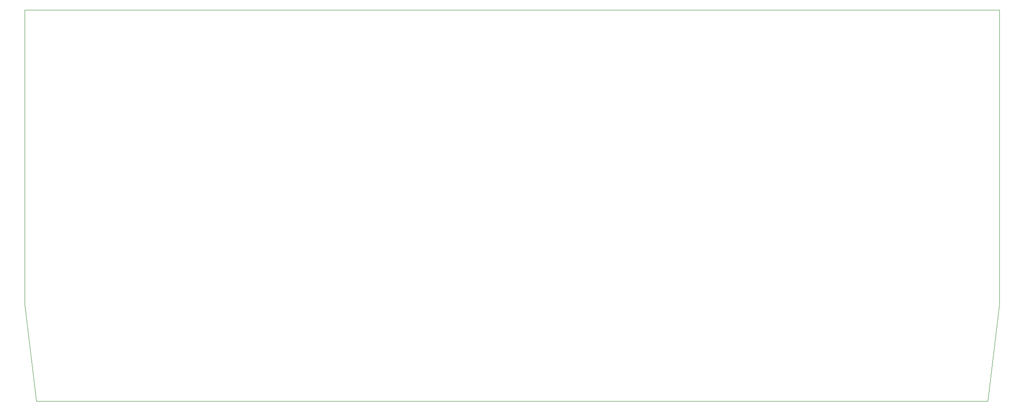
<source format=gbr>
%TF.GenerationSoftware,KiCad,Pcbnew,(6.0.0)*%
%TF.CreationDate,2022-01-08T09:02:27-05:00*%
%TF.ProjectId,iType,69547970-652e-46b6-9963-61645f706362,rev?*%
%TF.SameCoordinates,Original*%
%TF.FileFunction,Profile,NP*%
%FSLAX46Y46*%
G04 Gerber Fmt 4.6, Leading zero omitted, Abs format (unit mm)*
G04 Created by KiCad (PCBNEW (6.0.0)) date 2022-01-08 09:02:27*
%MOMM*%
%LPD*%
G01*
G04 APERTURE LIST*
%TA.AperFunction,Profile*%
%ADD10C,0.100000*%
%TD*%
G04 APERTURE END LIST*
D10*
X208266000Y-6655000D02*
X208266000Y-64405000D01*
X17266000Y-6655000D02*
X208266000Y-6655000D01*
X19516000Y-83405000D02*
X17266000Y-64405000D01*
X17266000Y-64405000D02*
X17266000Y-6655000D01*
X206016000Y-83405000D02*
X19516000Y-83405000D01*
X208266000Y-64405000D02*
X206016000Y-83405000D01*
M02*

</source>
